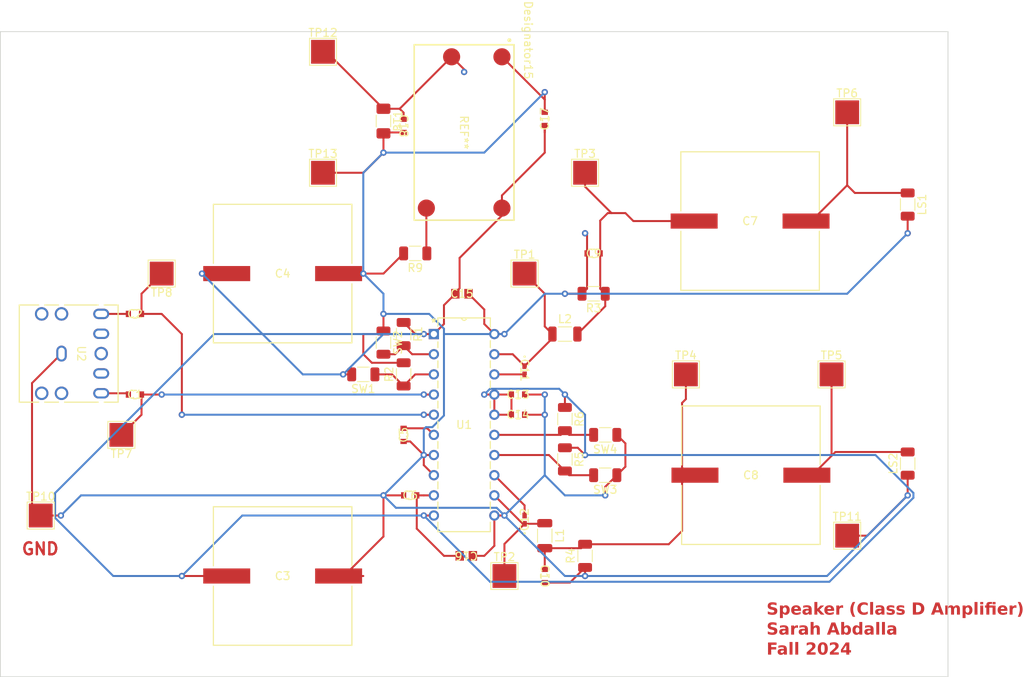
<source format=kicad_pcb>
(kicad_pcb (version 20221018) (generator pcbnew)
  (layers (0 "F.Cu" signal) (31 "B.Cu" signal) (34 "B.Paste" user) (35 "F.Paste" user) (36 "B.SilkS" user "B.Silkscreen") (37 "F.SilkS" user "F.Silkscreen") (38 "B.Mask" user) (39 "F.Mask" user) (44 "Edge.Cuts" user))
  (net 0 "")
  (net 1 "Net-(BT1-+)")
  (net 2 "GND")
  (net 3 "Net-(C1-Pad1)")
  (net 4 "/Lin")
  (net 5 "Net-(C2-Pad1)")
  (net 6 "/Rin")
  (net 7 "VCC")
  (net 8 "Net-(U1-BYPASS)")
  (net 9 "Net-(U1-VCLAMP)")
  (net 10 "Net-(C7-Pad1)")
  (net 11 "/Lout")
  (net 12 "Net-(C10-Pad1)")
  (net 13 "/Rout")
  (net 14 "/LEFT_OUT")
  (net 15 "Net-(U1-BSL)")
  (net 16 "/RIGHT_OUT")
  (net 17 "Net-(U1-BSR)")
  (net 18 "Net-(SW2-B)")
  (net 19 "Net-(SW1-A)")
  (net 20 "Net-(SW3-B)")
  (net 21 "Net-(SW4-B)")
  (net 22 "Net-(U3-VO_ADJUST)")
  (footprint "Resistor_SMD:R_1206_3216Metric" (layer "F.Cu") (at 190.5 105.2175 90)
    (fp_text reference "LS2" (at 0 -1.82 90) (layer "F.SilkS"))
    (fp_text value "Speaker")
    (pad "1" smd roundrect (at -1.4625 0 90) (size 1.125 1.75) (layers "F.Cu" "F.Paste" "F.Mask") (roundrect_rratio 0.2222222222) (net 2 "GND"))
    (pad "2" smd roundrect (at 1.4625 0 90) (size 1.125 1.75) (layers "F.Cu" "F.Paste" "F.Mask") (roundrect_rratio 0.2222222222) (net 13 "/Rout"))
  )
  (footprint "Resistor_SMD:R_1206_3216Metric" (layer "F.Cu") (at 152.4 101.6 180)
    (fp_text reference "SW4" (at 0 -1.82) (layer "F.SilkS"))
    (fp_text value "SW_SPST")
    (pad "1" smd roundrect (at -1.4625 0 180) (size 1.125 1.75) (layers "F.Cu" "F.Paste" "F.Mask") (roundrect_rratio 0.2222222222) (net 2 "GND"))
    (pad "2" smd roundrect (at 1.4625 0 180) (size 1.125 1.75) (layers "F.Cu" "F.Paste" "F.Mask") (roundrect_rratio 0.2222222222) (net 21 "Net-(SW4-B)"))
  )
  (footprint "TestPoint:TestPoint_Pad_3.0x3.0mm" (layer "F.Cu") (at 182.88 114.3)
    (fp_text reference "TP11" (at 0 -2.398) (layer "F.SilkS"))
    (fp_text value "Rout_filter")
    (pad "1" smd rect (at 0 0) (size 3 3) (layers "F.Cu" "F.Mask") (net 2 "GND"))
  )
  (footprint "Capacitor SMD 0603:CAP_CL10_SAM" (layer "F.Cu") (at 93.1522 96.52)
    (fp_text reference "C1" (at 0 0 unlocked) (layer "F.SilkS"))
    (fp_text value "1uF")
    (pad "1" smd rect (at -0.8278 0) (size 0.6556 0.8) (layers "F.Cu" "F.Paste" "F.Mask") (net 3 "Net-(C1-Pad1)"))
    (pad "2" smd rect (at 0.8278 0) (size 0.6556 0.8) (layers "F.Cu" "F.Paste" "F.Mask") (net 4 "/Lin"))
  )
  (footprint "EEE-FK1H471AM:CAP_EEE_J16_PAN" (layer "F.Cu") (at 170.7515 106.68)
    (fp_text reference "C8" (at 0 0 unlocked) (layer "F.SilkS"))
    (fp_text value "470uF")
    (pad "1" smd rect (at -7.0485 0) (size 5.9182 1.905) (layers "F.Cu" "F.Paste" "F.Mask") (net 12 "Net-(C10-Pad1)"))
    (pad "2" smd rect (at 7.0485 0) (size 5.9182 1.905) (layers "F.Cu" "F.Paste" "F.Mask") (net 13 "/Rout"))
  )
  (footprint "TestPoint:TestPoint_Pad_3.0x3.0mm" (layer "F.Cu") (at 81.28 111.76)
    (fp_text reference "TP10" (at 0 -2.398) (layer "F.SilkS"))
    (fp_text value "TestPoint")
    (pad "1" smd rect (at 0 0) (size 3 3) (layers "F.Cu" "F.Mask") (net 2 "GND"))
  )
  (footprint "Resistor_SMD:R_1206_3216Metric" (layer "F.Cu") (at 149.86 116.84 90)
    (fp_text reference "R4" (at 0 -1.82 90) (layer "F.SilkS"))
    (fp_text value "4.7k")
    (pad "1" smd roundrect (at -1.4625 0 90) (size 1.125 1.75) (layers "F.Cu" "F.Paste" "F.Mask") (roundrect_rratio 0.2222222222) (net 2 "GND"))
    (pad "2" smd roundrect (at 1.4625 0 90) (size 1.125 1.75) (layers "F.Cu" "F.Paste" "F.Mask") (roundrect_rratio 0.2222222222) (net 12 "Net-(C10-Pad1)"))
  )
  (footprint "Capacitor SMD 0603:CAP_CL10_SAM" (layer "F.Cu") (at 127.8278 109.22)
    (fp_text reference "C6" (at 0 0 unlocked) (layer "F.SilkS"))
    (fp_text value "1uF")
    (pad "1" smd rect (at -0.8278 0) (size 0.6556 0.8) (layers "F.Cu" "F.Paste" "F.Mask") (net 2 "GND"))
    (pad "2" smd rect (at 0.8278 0) (size 0.6556 0.8) (layers "F.Cu" "F.Paste" "F.Mask") (net 9 "Net-(U1-VCLAMP)"))
  )
  (footprint "Capacitor SMD 0603:CAP_CL10_SAM" (layer "F.Cu") (at 127 101.6 90)
    (fp_text reference "C5" (at 0 0 90 unlocked) (layer "F.SilkS"))
    (fp_text value "1uF")
    (pad "1" smd rect (at -0.8278 0 90) (size 0.6556 0.8) (layers "F.Cu" "F.Paste" "F.Mask") (net 2 "GND"))
    (pad "2" smd rect (at 0.8278 0 90) (size 0.6556 0.8) (layers "F.Cu" "F.Paste" "F.Mask") (net 8 "Net-(U1-BYPASS)"))
  )
  (footprint "Resistor_SMD:R_1206_3216Metric" (layer "F.Cu") (at 127 93.98 90)
    (fp_text reference "R2" (at 0 -1.82 90) (layer "F.SilkS"))
    (fp_text value "10k")
    (pad "1" smd roundrect (at -1.4625 0 90) (size 1.125 1.75) (layers "F.Cu" "F.Paste" "F.Mask") (roundrect_rratio 0.2222222222) (net 19 "Net-(SW1-A)"))
    (pad "2" smd roundrect (at 1.4625 0 90) (size 1.125 1.75) (layers "F.Cu" "F.Paste" "F.Mask") (roundrect_rratio 0.2222222222) (net 2 "GND"))
  )
  (footprint "TestPoint:TestPoint_Pad_3.0x3.0mm" (layer "F.Cu") (at 142.24 81.28)
    (fp_text reference "TP1" (at 0 -2.398) (layer "F.SilkS"))
    (fp_text value "Lout")
    (pad "1" smd rect (at 0 0) (size 3 3) (layers "F.Cu" "F.Mask") (net 14 "/LEFT_OUT"))
  )
  (footprint "Resistor_SMD:R_1206_3216Metric" (layer "F.Cu") (at 128.4625 78.74 180)
    (fp_text reference "R9" (at 0 -1.82) (layer "F.SilkS"))
    (fp_text value "1.33k")
    (pad "1" smd roundrect (at -1.4625 0 180) (size 1.125 1.75) (layers "F.Cu" "F.Paste" "F.Mask") (roundrect_rratio 0.2222222222) (net 22 "Net-(U3-VO_ADJUST)"))
    (pad "2" smd roundrect (at 1.4625 0 180) (size 1.125 1.75) (layers "F.Cu" "F.Paste" "F.Mask") (roundrect_rratio 0.2222222222) (net 2 "GND"))
  )
  (footprint "TPA3122D2N:N20" (layer "F.Cu") (at 138.43 111.76)
    (fp_text reference "U1" (at -3.81 -11.43 unlocked) (layer "F.SilkS"))
    (fp_text value "TPA3122D2N")
    (fp_text user "*" (at -7.62 -24.2697 unlocked) (layer "F.SilkS"))
    (fp_text user "*" (at -7.62 -24.2697) (layer "F.SilkS"))
    (pad "1" thru_hole rect (at -7.62 -22.86) (size 1.2954 1.2954) (drill 0.7874) (layers "*.Cu" "*.Mask") (net 7 "VCC"))
    (pad "2" thru_hole circle (at -7.62 -20.32) (size 1.2954 1.2954) (drill 0.7874) (layers "*.Cu" "*.Mask") (net 18 "Net-(SW2-B)"))
    (pad "3" thru_hole circle (at -7.62 -17.78) (size 1.2954 1.2954) (drill 0.7874) (layers "*.Cu" "*.Mask") (net 19 "Net-(SW1-A)"))
    (pad "4" thru_hole circle (at -7.62 -15.24) (size 1.2954 1.2954) (drill 0.7874) (layers "*.Cu" "*.Mask") (net 4 "/Lin"))
    (pad "5" thru_hole circle (at -7.62 -12.7) (size 1.2954 1.2954) (drill 0.7874) (layers "*.Cu" "*.Mask") (net 6 "/Rin"))
    (pad "6" thru_hole circle (at -7.62 -10.16) (size 1.2954 1.2954) (drill 0.7874) (layers "*.Cu" "*.Mask") (net 8 "Net-(U1-BYPASS)"))
    (pad "7" thru_hole circle (at -7.62 -7.62) (size 1.2954 1.2954) (drill 0.7874) (layers "*.Cu" "*.Mask") (net 2 "GND"))
    (pad "8" thru_hole circle (at -7.62 -5.08) (size 1.2954 1.2954) (drill 0.7874) (layers "*.Cu" "*.Mask") (net 2 "GND"))
    (pad "9" thru_hole circle (at -7.62 -2.54) (size 1.2954 1.2954) (drill 0.7874) (layers "*.Cu" "*.Mask") (net 9 "Net-(U1-VCLAMP)"))
    (pad "10" thru_hole circle (at -7.62 0) (size 1.2954 1.2954) (drill 0.7874) (layers "*.Cu" "*.Mask") (net 7 "VCC"))
    (pad "11" thru_hole circle (at 0 0) (size 1.2954 1.2954) (drill 0.7874) (layers "*.Cu" "*.Mask") (net 2 "GND"))
    (pad "12" thru_hole circle (at 0 -2.54) (size 1.2954 1.2954) (drill 0.7874) (layers "*.Cu" "*.Mask") (net 16 "/RIGHT_OUT"))
    (pad "13" thru_hole circle (at 0 -5.08) (size 1.2954 1.2954) (drill 0.7874) (layers "*.Cu" "*.Mask") (net 17 "Net-(U1-BSR)"))
    (pad "14" thru_hole circle (at 0 -7.62) (size 1.2954 1.2954) (drill 0.7874) (layers "*.Cu" "*.Mask") (net 20 "Net-(SW3-B)"))
    (pad "15" thru_hole circle (at 0 -10.16) (size 1.2954 1.2954) (drill 0.7874) (layers "*.Cu" "*.Mask") (net 21 "Net-(SW4-B)"))
    (pad "16" thru_hole circle (at 0 -12.7) (size 1.2954 1.2954) (drill 0.7874) (layers "*.Cu" "*.Mask") (net 7 "VCC"))
    (pad "17" thru_hole circle (at 0 -15.24) (size 1.2954 1.2954) (drill 0.7874) (layers "*.Cu" "*.Mask") (net 7 "VCC"))
    (pad "18" thru_hole circle (at 0 -17.78) (size 1.2954 1.2954) (drill 0.7874) (layers "*.Cu" "*.Mask") (net 15 "Net-(U1-BSL)"))
    (pad "19" thru_hole circle (at 0 -20.32) (size 1.2954 1.2954) (drill 0.7874) (layers "*.Cu" "*.Mask") (net 14 "/LEFT_OUT"))
    (pad "20" thru_hole circle (at 0 -22.86) (size 1.2954 1.2954) (drill 0.7874) (layers "*.Cu" "*.Mask") (net 2 "GND"))
  )
  (footprint "EEE-FK1H471AM:CAP_EEE_J16_PAN" (layer "F.Cu") (at 111.76 81.28)
    (fp_text reference "C4" (at 0 0 unlocked) (layer "F.SilkS"))
    (fp_text value "470uF")
    (pad "1" smd rect (at -7.0485 0) (size 5.9182 1.905) (layers "F.Cu" "F.Paste" "F.Mask") (net 7 "VCC"))
    (pad "2" smd rect (at 7.0485 0) (size 5.9182 1.905) (layers "F.Cu" "F.Paste" "F.Mask") (net 2 "GND"))
  )
  (footprint "Capacitor SMD 0603:CAP_CL10_SAM" (layer "F.Cu") (at 144.78 61.7878 90)
    (fp_text reference "C17" (at 0 0 90 unlocked) (layer "F.SilkS"))
    (fp_text value "100uF")
    (pad "1" smd rect (at -0.8278 0 90) (size 0.6556 0.8) (layers "F.Cu" "F.Paste" "F.Mask") (net 7 "VCC"))
    (pad "2" smd rect (at 0.8278 0 90) (size 0.6556 0.8) (layers "F.Cu" "F.Paste" "F.Mask") (net 2 "GND"))
  )
  (footprint "Capacitor SMD 0603:CAP_CL10_SAM" (layer "F.Cu") (at 127 62.6722 -90)
    (fp_text reference "C18" (at 0 0 -90 unlocked) (layer "F.SilkS"))
    (fp_text value "100uF")
    (pad "1" smd rect (at -0.8278 0 270) (size 0.6556 0.8) (layers "F.Cu" "F.Paste" "F.Mask") (net 1 "Net-(BT1-+)"))
    (pad "2" smd rect (at 0.8278 0 270) (size 0.6556 0.8) (layers "F.Cu" "F.Paste" "F.Mask") (net 2 "GND"))
  )
  (footprint "TestPoint:TestPoint_Pad_3.0x3.0mm" (layer "F.Cu") (at 162.56 93.98)
    (fp_text reference "TP4" (at 0 -2.398) (layer "F.SilkS"))
    (fp_text value "TestPoint")
    (pad "1" smd rect (at 0 0) (size 3 3) (layers "F.Cu" "F.Mask") (net 12 "Net-(C10-Pad1)"))
  )
  (footprint "Capacitor SMD 0603:CAP_CL10_SAM" (layer "F.Cu") (at 141.4122 99.06)
    (fp_text reference "C14" (at 0 0 unlocked) (layer "F.SilkS"))
    (fp_text value "0.1uF")
    (pad "1" smd rect (at -0.8278 0) (size 0.6556 0.8) (layers "F.Cu" "F.Paste" "F.Mask") (net 7 "VCC"))
    (pad "2" smd rect (at 0.8278 0) (size 0.6556 0.8) (layers "F.Cu" "F.Paste" "F.Mask") (net 2 "GND"))
  )
  (footprint "TestPoint:TestPoint_Pad_3.0x3.0mm" (layer "F.Cu") (at 180.9115 93.98)
    (fp_text reference "TP5" (at 0 -2.398) (layer "F.SilkS"))
    (fp_text value "TestPoint")
    (pad "1" smd rect (at 0 0) (size 3 3) (layers "F.Cu" "F.Mask") (net 13 "/Rout"))
  )
  (footprint "TestPoint:TestPoint_Pad_3.0x3.0mm" (layer "F.Cu") (at 182.88 60.96)
    (fp_text reference "TP6" (at 0 -2.398) (layer "F.SilkS"))
    (fp_text value "Lout_filter")
    (pad "1" smd rect (at 0 0) (size 3 3) (layers "F.Cu" "F.Mask") (net 11 "/Lout"))
  )
  (footprint "Capacitor SMD 0603:CAP_CL10_SAM" (layer "F.Cu") (at 150.9375 78.74)
    (fp_text reference "C9" (at 0 0 unlocked) (layer "F.SilkS"))
    (fp_text value "0.33uF")
    (pad "1" smd rect (at -0.8278 0) (size 0.6556 0.8) (layers "F.Cu" "F.Paste" "F.Mask") (net 2 "GND"))
    (pad "2" smd rect (at 0.8278 0) (size 0.6556 0.8) (layers "F.Cu" "F.Paste" "F.Mask") (net 10 "Net-(C7-Pad1)"))
  )
  (footprint "Resistor_SMD:R_1206_3216Metric" (layer "F.Cu") (at 152.4 106.68 180)
    (fp_text reference "SW3" (at 0 -1.82) (layer "F.SilkS"))
    (fp_text value "SW_SPST")
    (pad "1" smd roundrect (at -1.4625 0 180) (size 1.125 1.75) (layers "F.Cu" "F.Paste" "F.Mask") (roundrect_rratio 0.2222222222) (net 2 "GND"))
    (pad "2" smd roundrect (at 1.4625 0 180) (size 1.125 1.75) (layers "F.Cu" "F.Paste" "F.Mask") (roundrect_rratio 0.2222222222) (net 20 "Net-(SW3-B)"))
  )
  (footprint "Capacitor SMD 0603:CAP_CL10_SAM" (layer "F.Cu") (at 93.1522 86.36)
    (fp_text reference "C2" (at 0 0 unlocked) (layer "F.SilkS"))
    (fp_text value "1uF")
    (pad "1" smd rect (at -0.8278 0) (size 0.6556 0.8) (layers "F.Cu" "F.Paste" "F.Mask") (net 5 "Net-(C2-Pad1)"))
    (pad "2" smd rect (at 0.8278 0) (size 0.6556 0.8) (layers "F.Cu" "F.Paste" "F.Mask") (net 6 "/Rin"))
  )
  (footprint "Resistor_SMD:R_1206_3216Metric" (layer "F.Cu") (at 150.9375 83.82 180)
    (fp_text reference "R3" (at 0 -1.82) (layer "F.SilkS"))
    (fp_text value "4.7k")
    (pad "1" smd roundrect (at -1.4625 0 180) (size 1.125 1.75) (layers "F.Cu" "F.Paste" "F.Mask") (roundrect_rratio 0.2222222222) (net 10 "Net-(C7-Pad1)"))
    (pad "2" smd roundrect (at 1.4625 0 180) (size 1.125 1.75) (layers "F.Cu" "F.Paste" "F.Mask") (roundrect_rratio 0.2222222222) (net 2 "GND"))
  )
  (footprint "Resistor_SMD:R_1206_3216Metric" (layer "F.Cu") (at 124.46 89.9775 -90)
    (fp_text reference "SW2" (at 0 -1.82 90) (layer "F.SilkS"))
    (fp_text value "SW_SPST")
    (pad "1" smd roundrect (at -1.4625 0 270) (size 1.125 1.75) (layers "F.Cu" "F.Paste" "F.Mask") (roundrect_rratio 0.2222222222) (net 2 "GND"))
    (pad "2" smd roundrect (at 1.4625 0 270) (size 1.125 1.75) (layers "F.Cu" "F.Paste" "F.Mask") (roundrect_rratio 0.2222222222) (net 18 "Net-(SW2-B)"))
  )
  (footprint "Resistor_SMD:R_1206_3216Metric" (layer "F.Cu") (at 121.92 93.98 180)
    (fp_text reference "SW1" (at 0 -1.82) (layer "F.SilkS"))
    (fp_text value "SW_SPST")
    (pad "1" smd roundrect (at -1.4625 0 180) (size 1.125 1.75) (layers "F.Cu" "F.Paste" "F.Mask") (roundrect_rratio 0.2222222222) (net 19 "Net-(SW1-A)"))
    (pad "2" smd roundrect (at 1.4625 0 180) (size 1.125 1.75) (layers "F.Cu" "F.Paste" "F.Mask") (roundrect_rratio 0.2222222222) (net 7 "VCC"))
  )
  (footprint "Resistor_SMD:R_1206_3216Metric" (layer "F.Cu") (at 190.5 72.5825 -90)
    (fp_text reference "LS1" (at 0 -1.82 90) (layer "F.SilkS"))
    (fp_text value "Speaker")
    (pad "1" smd roundrect (at -1.4625 0 270) (size 1.125 1.75) (layers "F.Cu" "F.Paste" "F.Mask") (roundrect_rratio 0.2222222222) (net 11 "/Lout"))
    (pad "2" smd roundrect (at 1.4625 0 270) (size 1.125 1.75) (layers "F.Cu" "F.Paste" "F.Mask") (roundrect_rratio 0.2222222222) (net 2 "GND"))
  )
  (footprint "Resistor_SMD:R_1206_3216Metric_Pad1.30x1.75mm_HandSolder" (layer "F.Cu") (at 124.46 62.0644 -90)
    (fp_text reference "BT1" (at 0 -1.82 90) (layer "F.SilkS"))
    (fp_text value "Battery")
    (pad "1" smd roundrect (at -1.55 0 270) (size 1.3 1.75) (layers "F.Cu" "F.Paste" "F.Mask") (roundrect_rratio 0.1923076923) (net 1 "Net-(BT1-+)"))
    (pad "2" smd roundrect (at 1.55 0 270) (size 1.3 1.75) (layers "F.Cu" "F.Paste" "F.Mask") (roundrect_rratio 0.1923076923) (net 2 "GND"))
  )
  (footprint "Inductor_SMD:L_1206_3216Metric" (layer "F.Cu") (at 144.78 114.3 -90)
    (fp_text reference "L1" (at 0 -1.9 90) (layer "F.SilkS"))
    (fp_text value "22uH")
    (pad "1" smd roundrect (at -1.575 0 270) (size 1.05 1.9) (layers "F.Cu" "F.Paste" "F.Mask") (roundrect_rratio 0.2380952381) (net 16 "/RIGHT_OUT"))
    (pad "2" smd roundrect (at 1.575 0 270) (size 1.05 1.9) (layers "F.Cu" "F.Paste" "F.Mask") (roundrect_rratio 0.2380952381) (net 12 "Net-(C10-Pad1)"))
  )
  (footprint "Capacitor SMD 0402:CAP_GCM155_MUR" (layer "F.Cu") (at 142.24 112.2807 90)
    (fp_text reference "C12" (at 0 0 90 unlocked) (layer "F.SilkS"))
    (fp_text value "0.22uF")
    (pad "1" smd rect (at -0.5207 0 90) (size 0.7112 0.5588) (layers "F.Cu" "F.Paste" "F.Mask") (net 16 "/RIGHT_OUT"))
    (pad "2" smd rect (at 0.5207 0 90) (size 0.7112 0.5588) (layers "F.Cu" "F.Paste" "F.Mask") (net 17 "Net-(U1-BSR)"))
  )
  (footprint "TestPoint:TestPoint_Pad_3.0x3.0mm" (layer "F.Cu") (at 116.84 53.34)
    (fp_text reference "TP12" (at 0 -2.398) (layer "F.SilkS"))
    (fp_text value "TestPoint")
    (pad "1" smd rect (at 0 0) (size 3 3) (layers "F.Cu" "F.Mask") (net 1 "Net-(BT1-+)"))
  )
  (footprint "TestPoint:TestPoint_Pad_3.0x3.0mm" (layer "F.Cu") (at 149.86 68.58)
    (fp_text reference "TP3" (at 0 -2.398) (layer "F.SilkS"))
    (fp_text value "TestPoint")
    (pad "1" smd rect (at 0 0) (size 3 3) (layers "F.Cu" "F.Mask") (net 10 "Net-(C7-Pad1)"))
  )
  (footprint "Resistor_SMD:R_1206_3216Metric" (layer "F.Cu") (at 147.32 104.6875 -90)
    (fp_text reference "R5" (at 0 -1.82 90) (layer "F.SilkS"))
    (fp_text value "10k")
    (pad "1" smd roundrect (at -1.4625 0 270) (size 1.125 1.75) (layers "F.Cu" "F.Paste" "F.Mask") (roundrect_rratio 0.2222222222) (net 7 "VCC"))
    (pad "2" smd roundrect (at 1.4625 0 270) (size 1.125 1.75) (layers "F.Cu" "F.Paste" "F.Mask") (roundrect_rratio 0.2222222222) (net 20 "Net-(SW3-B)"))
  )
  (footprint "TestPoint:TestPoint_Pad_3.0x3.0mm" (layer "F.Cu") (at 96.52 81.28 180)
    (fp_text reference "TP8" (at 0 -2.398) (layer "F.SilkS"))
    (fp_text value "Rin")
    (pad "1" smd rect (at 0 0 180) (size 3 3) (layers "F.Cu" "F.Mask") (net 6 "/Rin"))
  )
  (footprint "Resistor_SMD:R_1206_3216Metric" (layer "F.Cu") (at 127 88.9 -90)
    (fp_text reference "R1" (at 0 -1.82 90) (layer "F.SilkS"))
    (fp_text value "10k")
    (pad "1" smd roundrect (at -1.4625 0 270) (size 1.125 1.75) (layers "F.Cu" "F.Paste" "F.Mask") (roundrect_rratio 0.2222222222) (net 7 "VCC"))
    (pad "2" smd roundrect (at 1.4625 0 270) (size 1.125 1.75) (layers "F.Cu" "F.Paste" "F.Mask") (roundrect_rratio 0.2222222222) (net 18 "Net-(SW2-B)"))
  )
  (footprint "SJ1-3523N:SJ1-3523N_CUD" (layer "F.Cu") (at 88.9 86.36 -90)
    (fp_text reference "U2" (at 5 2.5 -90 unlocked) (layer "F.SilkS"))
    (fp_text value "SJ1-3523N")
    (pad "1" thru_hole oval (at 5 5 270) (size 2.008 1.308) (drill oval 1.5 0.8) (layers "*.Cu" "*.Mask") (net 2 "GND"))
    (pad "2" thru_hole oval (at 0 0) (size 2.008 1.308) (drill oval 1.5 0.8) (layers "*.Cu" "*.Mask") (net 5 "Net-(C2-Pad1)"))
    (pad "3" thru_hole oval (at 10 0) (size 2.008 1.308) (drill oval 1.5 0.8) (layers "*.Cu" "*.Mask") (net 3 "Net-(C1-Pad1)"))
    (pad "4" thru_hole circle (at 5 0 270) (size 1.7018 1.7018) (drill 1.1938) (layers "*.Cu" "*.Mask"))
    (pad "5" thru_hole circle (at 0 5 270) (size 1.7018 1.7018) (drill 1.1938) (layers "*.Cu" "*.Mask"))
    (pad "6" thru_hole circle (at 10 5 270) (size 1.7018 1.7018) (drill 1.1938) (layers "*.Cu" "*.Mask"))
    (pad "7" thru_hole circle (at 0 7.5 270) (size 1.7018 1.7018) (drill 1.1938) (layers "*.Cu" "*.Mask"))
    (pad "8" thru_hole circle (at 10 7.5 270) (size 1.7018 1.7018) (drill 1.1938) (layers "*.Cu" "*.Mask"))
    (pad "10" thru_hole oval (at 2.5 0) (size 2.008 1.308) (drill oval 1.5 0.8) (layers "*.Cu" "*.Mask"))
    (pad "11" thru_hole oval (at 7.5 0) (size 2.008 1.308) (drill oval 1.5 0.8) (layers "*.Cu" "*.Mask"))
  )
  (footprint "CC0805:CC0805N_YAG" (layer "F.Cu") (at 134.345 83.82)
    (fp_text reference "C15" (at 0 0 unlocked) (layer "F.SilkS"))
    (fp_text value "0.1uF")
    (pad "1" smd rect (at -0.8255 0) (size 1.0668 1.2192) (layers "F.Cu" "F.Paste" "F.Mask") (net 7 "VCC"))
    (pad "2" smd rect (at 0.8255 0) (size 1.0668 1.2192) (layers "F.Cu" "F.Paste" "F.Mask") (net 2 "GND"))
  )
  (footprint "Capacitor SMD 0402:CAP_GCM155_MUR" (layer "F.Cu") (at 142.24 93.4593 -90)
    (fp_text reference "C11" (at 0 0 -90 unlocked) (layer "F.SilkS"))
    (fp_text value "0.22uF")
    (pad "1" smd rect (at -0.5207 0 270) (size 0.7112 0.5588) (layers "F.Cu" "F.Paste" "F.Mask") (net 14 "/LEFT_OUT"))
    (pad "2" smd rect (at 0.5207 0 270) (size 0.7112 0.5588) (layers "F.Cu" "F.Paste" "F.Mask") (net 15 "Net-(U1-BSL)"))
  )
  (footprint "TestPoint:TestPoint_Pad_3.0x3.0mm" (layer "F.Cu") (at 139.7 119.38)
    (fp_text reference "TP2" (at 0 -2.398) (layer "F.SilkS"))
    (fp_text value "Rout")
    (pad "1" smd rect (at 0 0) (size 3 3) (layers "F.Cu" "F.Mask") (net 16 "/RIGHT_OUT"))
  )
  (footprint "Capacitor SMD 0603:CAP_CL10_SAM" (layer "F.Cu") (at 141.4122 96.52)
    (fp_text reference "C13" (at 0 0 unlocked) (layer "F.SilkS"))
    (fp_text value "10uF")
    (pad "1" smd rect (at -0.8278 0) (size 0.6556 0.8) (layers "F.Cu" "F.Paste" "F.Mask") (net 7 "VCC"))
    (pad "2" smd rect (at 0.8278 0) (size 0.6556 0.8) (layers "F.Cu" "F.Paste" "F.Mask") (net 2 "GND"))
  )
  (footprint "Capacitor SMD 0603:CAP_CL10_SAM" (layer "F.Cu") (at 144.78 119.38 -90)
    (fp_text reference "C10" (at 0 0 -90 unlocked) (layer "F.SilkS"))
    (fp_text value "0.33uF")
    (pad "1" smd rect (at -0.8278 0 270) (size 0.6556 0.8) (layers "F.Cu" "F.Paste" "F.Mask") (net 12 "Net-(C10-Pad1)"))
    (pad "2" smd rect (at 0.8278 0 270) (size 0.6556 0.8) (layers "F.Cu" "F.Paste" "F.Mask") (net 2 "GND"))
  )
  (footprint "PTN04050CAZT:EUV0004A" (layer "F.Cu") (at 134.62 63.5 -90)
    (fp_text reference "REF**" (at 0 0 -90 unlocked) (layer "F.SilkS"))
    (fp_text value "EUV0004A")
    (fp_text user "Designator15" (at -11.6332 -8.0772 -90 unlocked) (layer "F.SilkS"))
    (pad "1" smd circle (at -9.530001 -4.764999 270) (size 2.160001 2.160001) (layers "F.Cu" "F.Paste" "F.Mask") (net 2 "GND"))
    (pad "2" smd circle (at -9.530001 1.575001 270) (size 2.160001 2.160001) (layers "F.Cu" "F.Paste" "F.Mask") (net 1 "Net-(BT1-+)"))
    (pad "3" smd circle (at 9.530001 4.754999 270) (size 2.160001 2.160001) (layers "F.Cu" "F.Paste" "F.Mask") (net 22 "Net-(U3-VO_ADJUST)"))
    (pad "4" smd circle (at 9.530001 -4.764999 270) (size 2.160001 2.160001) (layers "F.Cu" "F.Paste" "F.Mask") (net 7 "VCC"))
  )
  (footprint "EEE-FK1H471AM:CAP_EEE_J16_PAN" (layer "F.Cu") (at 170.6499 74.6633)
    (fp_text reference "C7" (at 0 0 unlocked) (layer "F.SilkS"))
    (fp_text value "470uF")
    (pad "1" smd rect (at -7.0485 0) (size 5.9182 1.905) (layers "F.Cu" "F.Paste" "F.Mask") (net 10 "Net-(C7-Pad1)"))
    (pad "2" smd rect (at 7.0485 0) (size 5.9182 1.905) (layers "F.Cu" "F.Paste" "F.Mask") (net 11 "/Lout"))
  )
  (footprint "TestPoint:TestPoint_Pad_3.0x3.0mm" (layer "F.Cu") (at 91.44 101.6 180)
    (fp_text reference "TP7" (at 0 -2.398) (layer "F.SilkS"))
    (fp_text value "Lin")
    (pad "1" smd rect (at 0 0 180) (size 3 3) (layers "F.Cu" "F.Mask") (net 4 "/Lin"))
  )
  (footprint "EEE-FK1H471AM:CAP_EEE_J16_PAN" (layer "F.Cu") (at 111.76 119.38)
    (fp_text reference "C3" (at 0 0 unlocked) (layer "F.SilkS"))
    (fp_text value "470uF")
    (pad "1" smd rect (at -7.0485 0) (size 5.9182 1.905) (layers "F.Cu" "F.Paste" "F.Mask") (net 7 "VCC"))
    (pad "2" smd rect (at 7.0485 0) (size 5.9182 1.905) (layers "F.Cu" "F.Paste" "F.Mask") (net 2 "GND"))
  )
  (footprint "Inductor_SMD:L_1206_3216Metric" (layer "F.Cu") (at 147.32 88.9)
    (fp_text reference "L2" (at 0 -1.9) (layer "F.SilkS"))
    (fp_text value "22uH")
    (pad "1" smd roundrect (at -1.575 0) (size 1.05 1.9) (layers "F.Cu" "F.Paste" "F.Mask") (roundrect_rratio 0.2380952381) (net 14 "/LEFT_OUT"))
    (pad "2" smd roundrect (at 1.575 0) (size 1.05 1.9) (layers "F.Cu" "F.Paste" "F.Mask") (roundrect_rratio 0.2380952381) (net 10 "Net-(C7-Pad1)"))
  )
  (footprint "TestPoint:TestPoint_Pad_3.0x3.0mm" (layer "F.Cu") (at 116.84 68.58)
    (fp_text reference "TP13" (at 0 -2.398) (layer "F.SilkS"))
    (fp_text value "TestPoint")
    (pad "1" smd rect (at 0 0) (size 3 3) (layers "F.Cu" "F.Mask") (net 2 "GND"))
  )
  (footprint "Resistor_SMD:R_1206_3216Metric" (layer "F.Cu") (at 147.32 99.6075 -90)
    (fp_text reference "R6" (at 0 -1.82 90) (layer "F.SilkS"))
    (fp_text value "10k")
    (pad "1" smd roundrect (at -1.4625 0 270) (size 1.125 1.75) (layers "F.Cu" "F.Paste" "F.Mask") (roundrect_rratio 0.2222222222) (net 7 "VCC"))
    (pad "2" smd roundrect (at 1.4625 0 270) (size 1.125 1.75) (layers "F.Cu" "F.Paste" "F.Mask") (roundrect_rratio 0.2222222222) (net 21 "Net-(SW4-B)"))
  )
  (footprint "CC0805:CC0805N_YAG" (layer "F.Cu") (at 134.895 116.84 180)
    (fp_text reference "C16" (at 0 0 180 unlocked) (layer "F.SilkS"))
    (fp_text value "0.1uF")
    (pad "1" smd rect (at -0.8255 0 180) (size 1.0668 1.2192) (layers "F.Cu" "F.Paste" "F.Mask") (net 2 "GND"))
    (pad "2" smd rect (at 0.8255 0 180) (size 1.0668 1.2192) (layers "F.Cu" "F.Paste" "F.Mask") (net 9 "Net-(U1-VCLAMP)"))
  )
  (gr_line (start 195.58 132.08) (end 195.58 50.8) (stroke (width 0.1)) (layer "Edge.Cuts"))
  (gr_line (start 76.2 132.08) (end 195.58 132.08) (stroke (width 0.1)) (layer "Edge.Cuts"))
  (gr_line (start 195.58 50.8) (end 76.2 50.8) (stroke (width 0.1)) (layer "Edge.Cuts"))
  (gr_line (start 76.2 50.8) (end 76.2 132.08) (stroke (width 0.1)) (layer "Edge.Cuts"))
  (gr_text "Speaker (Class D Amplifier)\nSarah Abdalla\nFall 2024" (at 172.72 129.54) (layer "F.Cu") (effects (font (size 1.5 1.5) (thickness 0.3) bold) (justify left bottom)))
  (gr_text "GND" (at 78.74 116.84) (layer "F.Cu") (effects (font (size 1.5 1.5) (thickness 0.3) bold) (justify left bottom)))
  (segment (start 124.46 60.5144) (end 126.500598 60.5144) (width 0.25) (layer "F.Cu") (net 1))
  (segment (start 134.62 55.88) (end 134.62 55.545) (width 0.25) (layer "F.Cu") (net 1))
  (segment (start 117.2856 53.34) (end 124.46 60.5144) (width 0.25) (layer "F.Cu") (net 1))
  (segment (start 134.62 55.545) (end 133.044999 53.969999) (width 0.25) (layer "F.Cu") (net 1))
  (segment (start 126.500598 60.5144) (end 133.044999 53.969999) (width 0.25) (layer "F.Cu") (net 1))
  (segment (start 127 61.013802) (end 126.500598 60.5144) (width 0.25) (layer "F.Cu") (net 1))
  (segment (start 116.84 53.34) (end 117.2856 53.34) (width 0.25) (layer "F.Cu") (net 1))
  (segment (start 127 61.8444) (end 127 61.013802) (width 0.25) (layer "F.Cu") (net 1))
  (via (at 134.62 55.88) (size 0.8) (drill 0.4) (layers "F.Cu" "B.Cu") (net 1))
  (segment (start 144.78 59.365) (end 144.78 58.42) (width 0.25) (layer "F.Cu") (net 2))
  (segment (start 144.78 59.365) (end 139.384999 53.969999) (width 0.25) (layer "F.Cu") (net 2))
  (segment (start 154.94 102.6775) (end 154.94 105.6025) (width 0.25) (layer "F.Cu") (net 2))
  (segment (start 82.7241 92.5359) (end 83.9 91.36) (width 0.25) (layer "F.Cu") (net 2))
  (segment (start 80.1841 95.0759) (end 82.7241 92.5359) (width 0.25) (layer "F.Cu") (net 2))
  (segment (start 127 78.74) (end 124.46 81.28) (width 0.25) (layer "F.Cu") (net 2))
  (segment (start 137.16 85.8095) (end 135.1705 83.82) (width 0.25) (layer "F.Cu") (net 2))
  (segment (start 139.7 111.76) (end 138.43 111.76) (width 0.25) (layer "F.Cu") (net 2))
  (segment (start 130.81 106.68) (end 129.54 105.41) (width 0.25) (layer "F.Cu") (net 2))
  (segment (start 121.92 88.9) (end 124.46 88.9) (width 0.25) (layer "F.Cu") (net 2))
  (segment (start 182.88 114.3) (end 185.42 114.3) (width 0.25) (layer "F.Cu") (net 2))
  (segment (start 149.475 83.82) (end 147.32 83.82) (width 0.25) (layer "F.Cu") (net 2))
  (segment (start 119.480578 119.38) (end 124.46 114.400578) (width 0.25) (layer "F.Cu") (net 2))
  (segment (start 127.8278 102.4278) (end 129.54 104.14) (width 0.25) (layer "F.Cu") (net 2))
  (segment (start 130.81 104.14) (end 129.54 104.14) (width 0.25) (layer "F.Cu") (net 2))
  (segment (start 124.46 88.515) (end 124.46 86.36) (width 0.25) (layer "F.Cu") (net 2))
  (segment (start 153.8625 101.6) (end 154.94 102.6775) (width 0.25) (layer "F.Cu") (net 2))
  (segment (start 129.54 105.41) (end 129.54 104.14) (width 0.25) (layer "F.Cu") (net 2))
  (segment (start 124.46 114.400578) (end 124.46 109.22) (width 0.25) (layer "F.Cu") (net 2))
  (segment (start 142.24 96.52) (end 144.78 96.52) (width 0.25) (layer "F.Cu") (net 2))
  (segment (start 150.1097 76.4497) (end 149.86 76.2) (width 0.25) (layer "F.Cu") (net 2))
  (segment (start 127 63.5) (end 124.5744 63.5) (width 0.25) (layer "F.Cu") (net 2))
  (segment (start 137.16 116.84) (end 135.7205 116.84) (width 0.25) (layer "F.Cu") (net 2))
  (segment (start 118.8085 119.38) (end 121.92 119.38) (width 0.25) (layer "F.Cu") (net 2))
  (segment (start 118.8085 81.28) (end 121.92 81.28) (width 0.25) (layer "F.Cu") (net 2))
  (segment (start 144.78 60.96) (end 144.78 59.365) (width 0.25) (layer "F.Cu") (net 2))
  (segment (start 127 92.5175) (end 122.9975 92.5175) (width 0.25) (layer "F.Cu") (net 2))
  (segment (start 138.43 88.9) (end 137.16 87.63) (width 0.25) (layer "F.Cu") (net 2))
  (segment (start 122.9975 92.5175) (end 121.92 91.44) (width 0.25) (layer "F.Cu") (net 2))
  (segment (start 121.92 68.58) (end 124.46 66.04) (width 0.25) (layer "F.Cu") (net 2))
  (segment (start 124.46 63.6144) (end 124.46 66.04) (width 0.25) (layer "F.Cu") (net 2))
  (segment (start 80.1841 110.6641) (end 80.1841 95.0759) (width 0.25) (layer "F.Cu") (net 2))
  (segment (start 116.84 68.58) (end 121.92 68.58) (width 0.25) (layer "F.Cu") (net 2))
  (segment (start 127 109.22) (end 124.46 109.22) (width 0.25) (layer "F.Cu") (net 2))
  (segment (start 150.1097 83.1853) (end 150.1097 78.74) (width 0.25) (layer "F.Cu") (net 2))
  (segment (start 190.5 106.68) (end 190.5 109.22) (width 0.25) (layer "F.Cu") (net 2))
  (segment (start 150.1097 78.74) (end 150.1097 76.4497) (width 0.25) (layer "F.Cu") (net 2))
  (segment (start 149.475 83.82) (end 150.1097 83.1853) (width 0.25) (layer "F.Cu") (net 2))
  (segment (start 152.4 108.1425) (end 152.4 109.22) (width 0.25) (layer "F.Cu") (net 2))
  (segment (start 138.43 115.57) (end 137.16 116.84) (width 0.25) (layer "F.Cu") (net 2))
  (segment (start 154.94 105.6025) (end 153.8625 106.68) (width 0.25) (layer "F.Cu") (net 2))
  (segment (start 81.28 111.76) (end 80.1841 110.6641) (width 0.25) (layer "F.Cu") (net 2))
  (segment (start 147.9547 120.2078) (end 144.78 120.2078) (width 0.25) (layer "F.Cu") (net 2))
  (segment (start 149.86 118.3025) (end 149.86 119.38) (width 0.25) (layer "F.Cu") (net 2))
  (segment (start 124.5744 63.5) (end 124.46 63.6144) (width 0.25) (layer "F.Cu") (net 2))
  (segment (start 190.5 74.045) (end 190.5 76.2) (width 0.25) (layer "F.Cu") (net 2))
  (segment (start 142.24 99.06) (end 144.78 99.06) (width 0.25) (layer "F.Cu") (net 2))
  (segment (start 153.8625 106.68) (end 152.4 108.1425) (width 0.25) (layer "F.Cu") (net 2))
  (segment (start 138.43 115.57) (end 138.43 111.76) (width 0.25) (layer "F.Cu") (net 2))
  (segment (start 81.28 111.76) (end 83.82 111.76) (width 0.25) (layer "F.Cu") (net 2))
  (segment (start 138.43 88.9) (end 139.7 88.9) (width 0.25) (layer "F.Cu") (net 2))
  (segment (start 127 102.4278) (end 127.8278 102.4278) (width 0.25) (layer "F.Cu") (net 2))
  (segment (start 118.8085 119.38) (end 119.480578 119.38) (width 0.25) (layer "F.Cu") (net 2))
  (segment (start 137.16 87.63) (end 137.16 85.8095) (width 0.25) (layer "F.Cu") (net 2))
  (segment (start 185.42 114.3) (end 190.5 109.22) (width 0.25) (layer "F.Cu") (net 2))
  (segment (start 121.92 91.44) (end 121.92 88.9) (width 0.25) (layer "F.Cu") (net 2))
  (segment (start 124.46 81.28) (end 121.92 81.28) (width 0.25) (layer "F.Cu") (net 2))
  (segment (start 149.86 118.3025) (end 147.9547 120.2078) (width 0.25) (layer "F.Cu") (net 2))
  (via (at 144.78 96.52) (size 0.8) (drill 0.4) (layers "F.Cu" "B.Cu") (net 2))
  (via (at 83.82 111.76) (size 0.8) (drill 0.4) (layers "F.Cu" "B.Cu") (net 2))
  (via (at 144.78 99.06) (size 0.8) (drill 0.4) (layers "F.Cu" "B.Cu") (net 2))
  (via (at 139.7 111.76) (size 0.8) (drill 0.4) (layers "F.Cu" "B.Cu") (net 2))
  (via (at 139.7 88.9) (size 0.8) (drill 0.4) (layers "F.Cu" "B.Cu") (net 2))
  (via (at 124.46 66.04) (size 0.8) (drill 0.4) (layers "F.Cu" "B.Cu") (net 2))
  (via (at 124.46 109.22) (size 0.8) (drill 0.4) (layers "F.Cu" "B.Cu") (net 2))
  (via (at 149.86 76.2) (size 0.8) (drill 0.4) (layers "F.Cu" "B.Cu") (net 2))
  (via (at 144.78 58.42) (size 0.8) (drill 0.4) (layers "F.Cu" "B.Cu") (net 2))
  (via (at 121.92 81.28) (size 0.8) (drill 0.4) (layers "F.Cu" "B.Cu") (net 2))
  (via (at 190.5 76.2) (size 0.8) (drill 0.4) (layers "F.Cu" "B.Cu") (net 2))
  (via (at 149.86 119.38) (size 0.8) (drill 0.4) (layers "F.Cu" "B.Cu") (net 2))
  (via (at 152.4 109.22) (size 0.8) (drill 0.4) (layers "F.Cu" "B.Cu") (net 2))
  (via (at 129.54 104.14) (size 0.8) (drill 0.4) (layers "F.Cu" "B.Cu") (net 2))
  (via (at 147.32 83.82) (size 0.8) (drill 0.4) (layers "F.Cu" "B.Cu") (net 2))
  (via (at 190.5 109.22) (size 0.8) (drill 0.4) (layers "F.Cu" "B.Cu") (net 2))
  (via (at 124.46 86.36) (size 0.8) (drill 0.4) (layers "F.Cu" "B.Cu") (net 2))
  (segment (start 130.2154 86.36) (end 124.46 86.36) (width 0.25) (layer "B.Cu") (net 2))
  (segment (start 129.54 100.899794) (end 129.812494 100.6273) (width 0.25) (layer "B.Cu") (net 2))
  (segment (start 147.32 119.38) (end 149.86 119.38) (width 0.25) (layer "B.Cu") (net 2))
  (segment (start 124.46 83.82) (end 121.92 81.28) (width 0.25) (layer "B.Cu") (net 2))
  (segment (start 139.7 111.76) (end 147.32 119.38) (width 0.25) (layer "B.Cu") (net 2))
  (segment (start 144.78 83.82) (end 147.32 83.82) (width 0.25) (layer "B.Cu") (net 2))
  (segment (start 86.36 109.22) (end 124.46 109.22) (width 0.25) (layer "B.Cu") (net 2))
  (segment (start 190.5 109.22) (end 180.34 119.38) (width 0.25) (layer "B.Cu") (net 2))
  (segment (start 132.08 88.2246) (end 130.2154 86.36) (width 0.25) (layer "B.Cu") (net 2))
  (segment (start 139.7 88.9) (end 144.78 83.82) (width 0.25) (layer "B.Cu") (net 2))
  (segment (start 129.54 104.14) (end 129.54 100.899794) (width 0.25) (layer "B.Cu") (net 2))
  (segment (start 124.46 66.04) (end 137.16 66.04) (width 0.25) (layer "B.Cu") (net 2))
  (segment (start 121.92 81.28) (end 121.92 68.58) (width 0.25) (layer "B.Cu") (net 2))
  (segment (start 138.7273 110.7873) (end 139.7 111.76) (width 0.25) (layer "B.Cu") (net 2))
  (segment (start 144.78 99.06) (end 144.78 96.52) (width 0.25) (layer "B.Cu") (net 2))
  (segment (start 132.08 88.9) (end 132.08 88.2246) (width 0.25) (layer "B.Cu") (net 2))
  (segment (start 139.7 111.76) (end 144.78 106.68) (width 0.25) (layer "B.Cu") (net 2))
  (segment (start 147.32 109.22) (end 144.78 106.68) (width 0.25) (layer "B.Cu") (net 2))
  (segment (start 121.92 68.58) (end 124.46 66.04) (width 0.25) (layer "B.Cu") (net 2))
  (segment (start 137.16 66.04) (end 144.78 58.42) (width 0.25) (layer "B.Cu") (net 2))
  (segment (start 152.4 109.22) (end 147.32 109.22) (width 0.25) (layer "B.Cu") (net 2))
  (segment (start 147.32 83.82) (end 182.88 83.82) (width 0.25) (layer "B.Cu") (net 2))
  (segment (start 83.82 111.76) (end 86.36 109.22) (width 0.25) (layer "B.Cu") (net 2))
  (segment (start 124.46 86.36) (end 124.46 83.82) (width 0.25) (layer "B.Cu") (net 2))
  (segment (start 132.08 99.165606) (end 132.08 88.9) (width 0.25) (layer "B.Cu") (net 2))
  (segment (start 129.812494 100.6273) (end 130.618306 100.6273) (width 0.25) (layer "B.Cu") (net 2))
  (segment (start 180.34 119.38) (end 149.86 119.38) (width 0.25) (layer "B.Cu") (net 2))
  (segment (start 182.88 83.82) (end 190.5 76.2) (width 0.25) (layer "B.Cu") (net 2))
  (segment (start 124.46 109.22) (end 129.54 104.14) (width 0.25) (layer "B.Cu") (net 2))
  (segment (start 130.618306 100.6273) (end 132.08 99.165606) (width 0.25) (layer "B.Cu") (net 2))
  (segment (start 124.46 109.22) (end 126.0273 110.7873) (width 0.25) (layer "B.Cu") (net 2))
  (segment (start 132.08 88.9) (end 139.7 88.9) (width 0.25) (layer "B.Cu") (net 2))
  (segment (start 144.78 106.68) (end 144.78 99.06) (width 0.25) (layer "B.Cu") (net 2))
  (segment (start 126.0273 110.7873) (end 138.7273 110.7873) (width 0.25) (layer "B.Cu") (net 2))
  (segment (start 92.1644 96.36) (end 92.3244 96.52) (width 0.25) (layer "F.Cu") (net 3))
  (segment (start 88.9 96.36) (end 92.1644 96.36) (width 0.25) (layer "F.Cu") (net 3))
  (segment (start 93.98 96.52) (end 96.52 96.52) (width 0.25) (layer "F.Cu") (net 4))
  (segment (start 93.98 99.06) (end 91.44 101.6) (width 0.25) (layer "F.Cu") (net 4))
  (segment (start 93.98 96.52) (end 93.98 99.06) (width 0.25) (layer "F.Cu") (net 4))
  (segment (start 129.54 96.52) (end 130.81 96.52) (width 0.25) (layer "F.Cu") (net 4))
  (via (at 96.52 96.52) (size 0.8) (drill 0.4) (layers "F.Cu" "B.Cu") (net 4))
  (via (at 129.54 96.52) (size 0.8) (drill 0.4) (layers "F.Cu" "B.Cu") (net 4))
  (segment (start 96.52 96.52) (end 129.54 96.52) (width 0.25) (layer "B.Cu") (net 4))
  (segment (start 88.9 86.36) (end 92.3244 86.36) (width 0.25) (layer "F.Cu") (net 5))
  (segment (start 96.52 86.36) (end 99.06 88.9) (width 0.25) (layer "F.Cu") (net 6))
  (segment (start 93.98 86.36) (end 96.52 86.36) (width 0.25) (layer "F.Cu") (net 6))
  (segment (start 129.54 99.06) (end 130.81 99.06) (width 0.25) (layer "F.Cu") (net 6))
  (segment (start 99.06 88.9) (end 99.06 99.06) (width 0.25) (layer "F.Cu") (net 6))
  (segment (start 93.98 83.82) (end 96.52 81.28) (width 0.25) (layer "F.Cu") (net 6))
  (segment (start 93.98 86.36) (end 93.98 83.82) (width 0.25) (layer "F.Cu") (net 6))
  (via (at 129.54 99.06) (size 0.8) (drill 0.4) (layers "F.Cu" "B.Cu") (net 6))
  (via (at 99.06 99.06) (size 0.8) (drill 0.4) (layers "F.Cu" "B.Cu") (net 6))
  (segment (start 99.06 99.06) (end 129.54 99.06) (width 0.25) (layer "B.Cu") (net 6))
  (segment (start 104.7115 119.38) (end 99.06 119.38) (width 0.25) (layer "F.Cu") (net 7))
  (segment (start 147.32 103.225) (end 148.945 103.225) (width 0.25) (layer "F.Cu") (net 7))
  (segment (start 144.78 62.6156) (end 144.78 63.5) (width 0.25) (layer "F.Cu") (net 7))
  (segment (start 132.08 85.2595) (end 133.5195 83.82) (width 0.25) (layer "F.Cu") (net 7))
  (segment (start 133.5195 83.668622) (end 133.5195 83.82) (width 0.25) (layer "F.Cu") (net 7))
  (segment (start 130.81 88.9) (end 129.54 88.9) (width 0.25) (layer "F.Cu") (net 7))
  (segment (start 104.7115 81.28) (end 101.6 81.28) (width 0.25) (layer "F.Cu") (net 7))
  (segment (start 130.81 111.76) (end 129.54 111.76) (width 0.25) (layer "F.Cu") (net 7))
  (segment (start 134.051922 79.308078) (end 134.051922 83.1362) (width 0.25) (layer "F.Cu") (net 7))
  (segment (start 148.945 103.225) (end 149.86 104.14) (width 0.25) (layer "F.Cu") (net 7))
  (segment (start 138.43 99.06) (end 140.5844 99.06) (width 0.25) (layer "F.Cu") (net 7))
  (segment (start 139.384999 73.975001) (end 134.051922 79.308078) (width 0.25) (layer "F.Cu") (net 7))
  (segment (start 139.384999 73.030001) (end 139.384999 71.435001) (width 0.25) (layer "F.Cu") (net 7))
  (segment (start 138.43 96.52) (end 138.43 99.06) (width 0.25) (layer "F.Cu") (net 7))
  (segment (start 127 87.4375) (end 128.4625 88.9) (width 0.25) (layer "F.Cu") (net 7))
  (segment (start 147.32 98.145) (end 147.32 96.52) (width 0.25) (layer "F.Cu") (net 7))
  (segment (start 130.81 88.9) (end 132.08 87.63) (width 0.25) (layer "F.Cu") (net 7))
  (segment (start 134.051922 83.1362) (end 133.5195 83.668622) (width 0.25) (layer "F.Cu") (net 7))
  (segment (start 132.08 87.63) (end 132.08 85.2595) (width 0.25) (layer "F.Cu") (net 7))
  (segment (start 138.43 96.52) (end 137.16 96.52) (width 0.25) (layer "F.Cu") (net 7))
  (segment (start 128.4625 88.9) (end 129.54 88.9) (width 0.25) (layer "F.Cu") (net 7))
  (segment (start 138.43 96.52) (end 140.5844 96.52) (width 0.25) (layer "F.Cu") (net 7))
  (segment (start 140.5844 96.52) (end 140.5844 99.06) (width 0.25) (layer "F.Cu") (net 7))
  (segment (start 139.384999 71.435001) (end 144.78 66.04) (width 0.25) (layer "F.Cu") (net 7))
  (segment (start 139.384999 73.030001) (end 139.384999 73.975001) (width 0.25) (layer "F.Cu") (net 7))
  (segment (start 144.78 66.04) (end 144.78 62.6156) (width 0.25) (layer "F.Cu") (net 7))
  (segment (start 120.4575 93.98) (end 119.38 93.98) (width 0.25) (layer "F.Cu") (net 7))
  (via (at 137.16 96.52) (size 0.8) (drill 0.4) (layers "F.Cu" "B.Cu") (net 7))
  (via (at 99.06 119.38) (size 0.8) (drill 0.4) (layers "F.Cu" "B.Cu") (net 7))
  (via (at 119.38 93.98) (size 0.8) (drill 0.4) (layers "F.Cu" "B.Cu") (net 7))
  (via (at 101.6 81.28) (size 0.8) (drill 0.4) (layers "F.Cu" "B.Cu") (net 7))
  (via (at 147.32 96.52) (size 0.8) (drill 0.4) (layers "F.Cu" "B.Cu") (net 7))
  (via (at 129.54 88.9) (size 0.8) (drill 0.4) (layers "F.Cu" "B.Cu") (net 7))
  (via (at 149.86 104.14) (size 0.8) (drill 0.4) (layers "F.Cu" "B.Cu") (net 7))
  (via (at 129.54 111.76) (size 0.8) (drill 0.4) (layers "F.Cu" "B.Cu") (net 7))
  (segment (start 106.68 111.76) (end 129.54 111.76) (width 0.25) (layer "B.Cu") (net 7))
  (segment (start 83.095 108.919695) (end 83.095 112.060305) (width 0.25) (layer "B.Cu") (net 7))
  (segment (start 180.640305 120.105) (end 191.225 109.520305) (width 0.25) (layer "B.Cu") (net 7))
  (segment (start 103.114695 88.9) (end 83.095 108.919695) (width 0.25) (layer "B.Cu") (net 7))
  (segment (start 147.32 96.52) (end 146.595 95.795) (width 0.25) (layer "B.Cu") (net 7))
  (segment (start 186.445305 104.14) (end 149.86 104.14) (width 0.25) (layer "B.Cu") (net 7))
  (segment (start 149.86 104.14) (end 149.86 99.06) (width 0.25) (layer "B.Cu") (net 7))
  (segment (start 99.06 119.38) (end 106.68 111.76) (width 0.25) (layer "B.Cu") (net 7))
  (segment (start 129.54 111.76) (end 137.885 120.105) (width 0.25) (layer "B.Cu") (net 7))
  (segment (start 124.46 88.9) (end 129.54 88.9) (width 0.25) (layer "B.Cu") (net 7))
  (segment (start 191.225 108.919695) (end 186.445305 104.14) (width 0.25) (layer "B.Cu") (net 7))
  (segment (start 83.095 112.060305) (end 90.414695 119.38) (width 0.25) (layer "B.Cu") (net 7))
  (segment (start 149.86 99.06) (end 147.32 96.52) (width 0.25) (layer "B.Cu") (net 7))
  (segment (start 119.38 93.98) (end 124.46 88.9) (width 0.25) (layer "B.Cu") (net 7))
  (segment (start 137.885 95.795) (end 137.16 96.52) (width 0.25) (layer "B.Cu") (net 7))
  (segment (start 146.595 95.795) (end 137.885 95.795) (width 0.25) (layer "B.Cu") (net 7))
  (segment (start 90.414695 119.38) (end 99.06 119.38) (width 0.25) (layer "B.Cu") (net 7))
  (segment (start 191.225 109.520305) (end 191.225 108.919695) (width 0.25) (layer "B.Cu") (net 7))
  (segment (start 137.16 96.52) (end 137.265606 96.52) (width 0.25) (layer "B.Cu") (net 7))
  (segment (start 137.885 120.105) (end 180.640305 120.105) (width 0.25) (layer "B.Cu") (net 7))
  (segment (start 101.6 81.28) (end 114.3 93.98) (width 0.25) (layer "B.Cu") (net 7))
  (segment (start 114.3 93.98) (end 119.38 93.98) (width 0.25) (layer "B.Cu") (net 7))
  (segment (start 129.54 88.9) (end 103.114695 88.9) (width 0.25) (layer "B.Cu") (net 7))
  (segment (start 127 100.7722) (end 129.9822 100.7722) (width 0.25) (layer "F.Cu") (net 8))
  (segment (start 129.9822 100.7722) (end 130.81 101.6) (width 0.25) (layer "F.Cu") (net 8))
  (segment (start 128.6556 109.22) (end 129.54 109.22) (width 0.25) (layer "F.Cu") (net 9))
  (segment (start 128.6556 109.22) (end 128.6556 113.4156) (width 0.25) (layer "F.Cu") (net 9))
  (segment (start 129.54 109.22) (end 130.81 109.22) (width 0.25) (layer "F.Cu") (net 9))
  (segment (start 132.08 116.84) (end 134.0695 116.84) (width 0.25) (layer "F.Cu") (net 9))
  (segment (start 128.6556 113.4156) (end 132.08 116.84) (width 0.25) (layer "F.Cu") (net 9))
  (segment (start 151.7653 74.6096) (end 152.7149 73.66) (width 0.25) (layer "F.Cu") (net 10))
  (segment (start 149.86 70.33) (end 153.19 73.66) (width 0.25) (layer "F.Cu") (net 10))
  (segment (start 153.19 73.66) (end 154.94 73.66) (width 0.25) (layer "F.Cu") (net 10))
  (segment (start 149.86 68.58) (end 149.86 70.33) (width 0.25) (layer "F.Cu") (net 10))
  (segment (start 155.9433 74.6633) (end 154.94 73.66) (width 0.25) (layer "F.Cu") (net 10))
  (segment (start 152.4 83.82) (end 151.7653 83.1853) (width 0.25) (layer "F.Cu") (net 10))
  (segment (start 151.7653 78.74) (end 151.7653 74.6096) (width 0.25) (layer "F.Cu") (net 10))
  (segment (start 151.7653 83.1853) (end 151.7653 78.74) (width 0.25) (layer "F.Cu") (net 10))
  (segment (start 163.6014 74.6633) (end 155.9433 74.6633) (width 0.25) (layer "F.Cu") (net 10))
  (segment (start 148.895 88.9) (end 152.4 85.395) (width 0.25) (layer "F.Cu") (net 10))
  (segment (start 152.4 85.395) (end 152.4 83.82) (width 0.25) (layer "F.Cu") (net 10))
  (segment (start 152.7149 73.66) (end 153.19 73.66) (width 0.25) (layer "F.Cu") (net 10))
  (segment (start 182.88 70.153778) (end 182.88 60.96) (width 0.25) (layer "F.Cu") (net 11))
  (segment (start 183.846222 71.12) (end 182.88 70.153778) (width 0.25) (layer "F.Cu") (net 11))
  (segment (start 177.6984 74.6633) (end 178.370478 74.6633) (width 0.25) (layer "F.Cu") (net 11))
  (segment (start 178.370478 74.6633) (end 182.88 70.153778) (width 0.25) (layer "F.Cu") (net 11))
  (segment (start 190.5 71.12) (end 183.846222 71.12) (width 0.25) (layer "F.Cu") (net 11))
  (segment (start 163.030922 106.68) (end 162.0794 105.728478) (width 0.25) (layer "F.Cu") (net 12))
  (segment (start 162.56 97.0915) (end 162.56 93.98) (width 0.25) (layer "F.Cu") (net 12))
  (segment (start 149.86 115.3775) (end 149.3625 115.875) (width 0.25) (layer "F.Cu") (net 12))
  (segment (start 149.86 115.3775) (end 160.405 115.3775) (width 0.25) (layer "F.Cu") (net 12))
  (segment (start 162.0794 105.728478) (end 162.0794 97.5721) (width 0.25) (layer "F.Cu") (net 12))
  (segment (start 162.0794 107.631522) (end 163.030922 106.68) (width 0.25) (layer "F.Cu") (net 12))
  (segment (start 144.78 115.875) (end 144.78 118.5522) (width 0.25) (layer "F.Cu") (net 12))
  (segment (start 163.703 106.68) (end 163.030922 106.68) (width 0.25) (layer "F.Cu") (net 12))
  (segment (start 162.0794 113.7031) (end 162.0794 107.631522) (width 0.25) (layer "F.Cu") (net 12))
  (segment (start 149.3625 115.875) (end 144.78 115.875) (width 0.25) (layer "F.Cu") (net 12))
  (segment (start 162.0794 97.5721) (end 162.56 97.0915) (width 0.25) (layer "F.Cu") (net 12))
  (segment (start 160.405 115.3775) (end 162.0794 113.7031) (width 0.25) (layer "F.Cu") (net 12))
  (segment (start 178.472078 106.68) (end 177.8 106.68) (width 0.25) (layer "F.Cu") (net 13))
  (segment (start 180.9115 93.98) (end 180.9115 104.240578) (width 0.25) (layer "F.Cu") (net 13))
  (segment (start 180.9115 104.240578) (end 178.472078 106.68) (width 0.25) (layer "F.Cu") (net 13))
  (segment (start 190.5 103.755) (end 181.397078 103.755) (width 0.25) (layer "F.Cu") (net 13))
  (segment (start 181.397078 103.755) (end 180.9115 104.240578) (width 0.25) (layer "F.Cu") (net 13))
  (segment (start 142.24 92.9386) (end 145.745 89.4336) (width 0.25) (layer "F.Cu") (net 14))
  (segment (start 145.745 88.9) (end 144.78 87.935) (width 0.25) (layer "F.Cu") (net 14))
  (segment (start 144.78 83.82) (end 142.24 81.28) (width 0.25) (layer "F.Cu") (net 14))
  (segment (start 140.7414 91.44) (end 142.24 92.9386) (width 0.25) (layer "F.Cu") (net 14))
  (segment (start 145.745 89.4336) (end 145.745 88.9) (width 0.25) (layer "F.Cu") (net 14))
  (segment (start 144.78 87.935) (end 144.78 83.82) (width 0.25) (layer "F.Cu") (net 14))
  (segment (start 138.43 91.44) (end 140.7414 91.44) (width 0.25) (layer "F.Cu") (net 14))
  (segment (start 142.24 93.98) (end 138.43 93.98) (width 0.25) (layer "F.Cu") (net 15))
  (segment (start 142.24 112.8014) (end 144.7036 112.8014) (width 0.25) (layer "F.Cu") (net 16))
  (segment (start 139.7 115.3414) (end 142.24 112.8014) (width 0.25) (layer "F.Cu") (net 16))
  (segment (start 144.7036 112.8014) (end 144.78 112.725) (width 0.25) (layer "F.Cu") (net 16))
  (segment (start 142.0114 112.8014) (end 142.24 112.8014) (width 0.25) (layer "F.Cu") (net 16))
  (segment (start 139.7 119.38) (end 139.7 115.3414) (width 0.25) (layer "F.Cu") (net 16))
  (segment (start 138.43 109.22) (end 142.0114 112.8014) (width 0.25) (layer "F.Cu") (net 16))
  (segment (start 142.24 110.49) (end 142.24 111.76) (width 0.25) (layer "F.Cu") (net 17))
  (segment (start 138.43 106.68) (end 142.24 110.49) (width 0.25) (layer "F.Cu") (net 17))
  (segment (start 124.46 91.44) (end 125.9225 91.44) (width 0.25) (layer "F.Cu") (net 18))
  (segment (start 127 90.3625) (end 128.0775 91.44) (width 0.25) (layer "F.Cu") (net 18))
  (segment (start 128.0775 91.44) (end 130.81 91.44) (width 0.25) (layer "F.Cu") (net 18))
  (segment (start 125.9225 91.44) (end 127 90.3625) (width 0.25) (layer "F.Cu") (net 18))
  (segment (start 125.5375 93.98) (end 127 95.4425) (width 0.25) (layer "F.Cu") (net 19))
  (segment (start 128.4625 93.98) (end 130.81 93.98) (width 0.25) (layer "F.Cu") (net 19))
  (segment (start 127 95.4425) (end 128.4625 93.98) (width 0.25) (layer "F.Cu") (net 19))
  (segment (start 123.3825 93.98) (end 125.5375 93.98) (width 0.25) (layer "F.Cu") (net 19))
  (segment (start 138.43 104.14) (end 145.31 104.14) (width 0.25) (layer "F.Cu") (net 20))
  (segment (start 147.85 106.68) (end 150.9375 106.68) (width 0.25) (layer "F.Cu") (net 20))
  (segment (start 145.31 104.14) (end 147.32 106.15) (width 0.25) (layer "F.Cu") (net 20))
  (segment (start 147.32 106.15) (end 147.85 106.68) (width 0.25) (layer "F.Cu") (net 20))
  (segment (start 147.85 101.6) (end 150.9375 101.6) (width 0.25) (layer "F.Cu") (net 21))
  (segment (start 138.43 101.6) (end 146.79 101.6) (width 0.25) (layer "F.Cu") (net 21))
  (segment (start 147.32 101.07) (end 147.85 101.6) (width 0.25) (layer "F.Cu") (net 21))
  (segment (start 146.79 101.6) (end 147.32 101.07) (width 0.25) (layer "F.Cu") (net 21))
  (segment (start 129.925 78.74) (end 129.865001 78.680001) (width 0.25) (layer "F.Cu") (net 22))
  (segment (start 129.865001 78.680001) (end 129.865001 73.030001) (width 0.25) (layer "F.Cu") (net 22))
)
</source>
